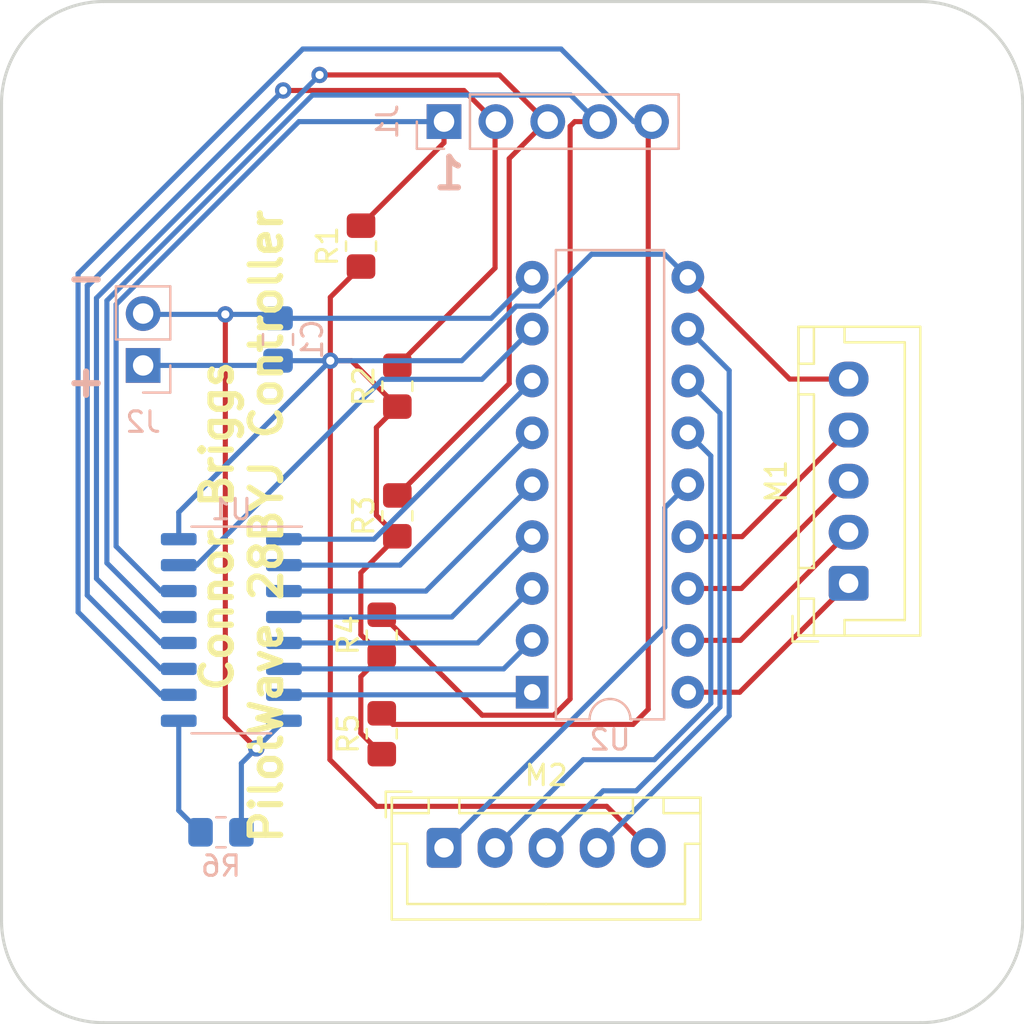
<source format=kicad_pcb>
(kicad_pcb (version 20211014) (generator pcbnew)
  (layers (0 "F.Cu" signal) (31 "B.Cu" signal) (34 "B.Paste" user) (35 "F.Paste" user) (36 "B.SilkS" user "B.Silkscreen") (37 "F.SilkS" user "F.Silkscreen") (38 "B.Mask" user) (39 "F.Mask" user) (44 "Edge.Cuts" user))
  (net 0 "")
  (net 1 "Earth")
  (net 2 "+5V")
  (net 3 "Net-(J1-Pad5)")
  (net 4 "Net-(J1-Pad4)")
  (net 5 "Net-(J1-Pad3)")
  (net 6 "Net-(J1-Pad2)")
  (net 7 "Net-(J1-Pad1)")
  (net 8 "Net-(M1-Pad4)")
  (net 9 "Net-(M1-Pad3)")
  (net 10 "Net-(M1-Pad2)")
  (net 11 "Net-(M1-Pad1)")
  (net 12 "Net-(M2-Pad4)")
  (net 13 "Net-(M2-Pad3)")
  (net 14 "Net-(M2-Pad2)")
  (net 15 "Net-(M2-Pad1)")
  (net 16 "Net-(R6-Pad1)")
  (net 17 "Net-(U1-Pad15)")
  (net 18 "Net-(U1-Pad7)")
  (net 19 "Net-(U1-Pad6)")
  (net 20 "Net-(U1-Pad5)")
  (net 21 "Net-(U1-Pad4)")
  (net 22 "Net-(U1-Pad3)")
  (net 23 "Net-(U1-Pad2)")
  (net 24 "Net-(U1-Pad1)")
  (footprint "Connector_JST:JST_XH_B5B-XH-A_1x05_P2.50mm_Vertical" (layer "F.Cu") (at 141.478 78.486 90)
    (fp_text reference "M1" (at 5 -3.55 90) (layer "F.SilkS"))
    (fp_text value "28BYJ-48_Stepper")
    (fp_line (start -0.75 -2.45) (end -2.55 -2.45) (layer "F.SilkS") (width 0.12))
    (fp_line (start -2.56 -2.46) (end -2.56 3.51) (layer "F.SilkS") (width 0.12))
    (fp_line (start -2.55 -1.7) (end -0.75 -1.7) (layer "F.SilkS") (width 0.12))
    (fp_line (start 10.75 -2.45) (end 10.75 -1.7) (layer "F.SilkS") (width 0.12))
    (fp_line (start 0.75 -1.7) (end 9.25 -1.7) (layer "F.SilkS") (width 0.12))
    (fp_line (start 10.75 -1.7) (end 12.55 -1.7) (layer "F.SilkS") (width 0.12))
    (fp_line (start -1.6 -2.75) (end -2.85 -2.75) (layer "F.SilkS") (width 0.12))
    (fp_line (start -1.8 -0.2) (end -1.8 2.75) (layer "F.SilkS") (width 0.12))
    (fp_line (start 12.55 -2.45) (end 10.75 -2.45) (layer "F.SilkS") (width 0.12))
    (fp_line (start 9.25 -2.45) (end 0.75 -2.45) (layer "F.SilkS") (width 0.12))
    (fp_line (start 0.75 -2.45) (end 0.75 -1.7) (layer "F.SilkS") (width 0.12))
    (fp_line (start -1.8 2.75) (end 5 2.75) (layer "F.SilkS") (width 0.12))
    (fp_line (start 12.56 -2.46) (end -2.56 -2.46) (layer "F.SilkS") (width 0.12))
    (fp_line (start 11.8 -0.2) (end 11.8 2.75) (layer "F.SilkS") (width 0.12))
    (fp_line (start 12.56 3.51) (end 12.56 -2.46) (layer "F.SilkS") (width 0.12))
    (fp_line (start -0.75 -1.7) (end -0.75 -2.45) (layer "F.SilkS") (width 0.12))
    (fp_line (start -2.85 -2.75) (end -2.85 -1.5) (layer "F.SilkS") (width 0.12))
    (fp_line (start -2.56 3.51) (end 12.56 3.51) (layer "F.SilkS") (width 0.12))
    (fp_line (start -2.55 -0.2) (end -1.8 -0.2) (layer "F.SilkS") (width 0.12))
    (fp_line (start 11.8 2.75) (end 5 2.75) (layer "F.SilkS") (width 0.12))
    (fp_line (start 12.55 -1.7) (end 12.55 -2.45) (layer "F.SilkS") (width 0.12))
    (fp_line (start 9.25 -1.7) (end 9.25 -2.45) (layer "F.SilkS") (width 0.12))
    (fp_line (start -2.55 -2.45) (end -2.55 -1.7) (layer "F.SilkS") (width 0.12))
    (fp_line (start 12.55 -0.2) (end 11.8 -0.2) (layer "F.SilkS") (width 0.12))
    (pad "1" thru_hole roundrect locked (at 0 0 90) (size 1.7 1.95) (drill 0.95) (layers *.Cu *.Mask) (roundrect_rratio 0.1470588235) (net 11 "Net-(M1-Pad1)"))
    (pad "2" thru_hole oval locked (at 2.5 0 90) (size 1.7 1.95) (drill 0.95) (layers *.Cu *.Mask) (net 10 "Net-(M1-Pad2)"))
    (pad "3" thru_hole oval locked (at 5 0 90) (size 1.7 1.95) (drill 0.95) (layers *.Cu *.Mask) (net 9 "Net-(M1-Pad3)"))
    (pad "4" thru_hole oval locked (at 7.5 0 90) (size 1.7 1.95) (drill 0.95) (layers *.Cu *.Mask) (net 8 "Net-(M1-Pad4)"))
    (pad "5" thru_hole oval locked (at 10 0 90) (size 1.7 1.95) (drill 0.95) (layers *.Cu *.Mask) (net 2 "+5V"))
  )
  (footprint "Connector_JST:JST_XH_B5B-XH-A_1x05_P2.50mm_Vertical" (layer "F.Cu") (at 121.666 91.44)
    (fp_text reference "M2" (at 5 -3.55) (layer "F.SilkS"))
    (fp_text value "28BYJ-48_Stepper")
    (fp_line (start 9.25 -1.7) (end 9.25 -2.45) (layer "F.SilkS") (width 0.12))
    (fp_line (start -2.56 3.51) (end 12.56 3.51) (layer "F.SilkS") (width 0.12))
    (fp_line (start -2.56 -2.46) (end -2.56 3.51) (layer "F.SilkS") (width 0.12))
    (fp_line (start 0.75 -1.7) (end 9.25 -1.7) (layer "F.SilkS") (width 0.12))
    (fp_line (start -0.75 -1.7) (end -0.75 -2.45) (layer "F.SilkS") (width 0.12))
    (fp_line (start 12.56 -2.46) (end -2.56 -2.46) (layer "F.SilkS") (width 0.12))
    (fp_line (start -2.55 -2.45) (end -2.55 -1.7) (layer "F.SilkS") (width 0.12))
    (fp_line (start 12.55 -0.2) (end 11.8 -0.2) (layer "F.SilkS") (width 0.12))
    (fp_line (start -0.75 -2.45) (end -2.55 -2.45) (layer "F.SilkS") (width 0.12))
    (fp_line (start 12.56 3.51) (end 12.56 -2.46) (layer "F.SilkS") (width 0.12))
    (fp_line (start 11.8 -0.2) (end 11.8 2.75) (layer "F.SilkS") (width 0.12))
    (fp_line (start -2.55 -0.2) (end -1.8 -0.2) (layer "F.SilkS") (width 0.12))
    (fp_line (start 12.55 -2.45) (end 10.75 -2.45) (layer "F.SilkS") (width 0.12))
    (fp_line (start 11.8 2.75) (end 5 2.75) (layer "F.SilkS") (width 0.12))
    (fp_line (start 12.55 -1.7) (end 12.55 -2.45) (layer "F.SilkS") (width 0.12))
    (fp_line (start 10.75 -2.45) (end 10.75 -1.7) (layer "F.SilkS") (width 0.12))
    (fp_line (start -2.85 -2.75) (end -2.85 -1.5) (layer "F.SilkS") (width 0.12))
    (fp_line (start -1.6 -2.75) (end -2.85 -2.75) (layer "F.SilkS") (width 0.12))
    (fp_line (start 0.75 -2.45) (end 0.75 -1.7) (layer "F.SilkS") (width 0.12))
    (fp_line (start 10.75 -1.7) (end 12.55 -1.7) (layer "F.SilkS") (width 0.12))
    (fp_line (start 9.25 -2.45) (end 0.75 -2.45) (layer "F.SilkS") (width 0.12))
    (fp_line (start -1.8 2.75) (end 5 2.75) (layer "F.SilkS") (width 0.12))
    (fp_line (start -1.8 -0.2) (end -1.8 2.75) (layer "F.SilkS") (width 0.12))
    (fp_line (start -2.55 -1.7) (end -0.75 -1.7) (layer "F.SilkS") (width 0.12))
    (pad "1" thru_hole roundrect locked (at 0 0) (size 1.7 1.95) (drill 0.95) (layers *.Cu *.Mask) (roundrect_rratio 0.1470588235) (net 15 "Net-(M2-Pad1)"))
    (pad "2" thru_hole oval locked (at 2.5 0) (size 1.7 1.95) (drill 0.95) (layers *.Cu *.Mask) (net 14 "Net-(M2-Pad2)"))
    (pad "3" thru_hole oval locked (at 5 0) (size 1.7 1.95) (drill 0.95) (layers *.Cu *.Mask) (net 13 "Net-(M2-Pad3)"))
    (pad "4" thru_hole oval locked (at 7.5 0) (size 1.7 1.95) (drill 0.95) (layers *.Cu *.Mask) (net 12 "Net-(M2-Pad4)"))
    (pad "5" thru_hole oval locked (at 10 0) (size 1.7 1.95) (drill 0.95) (layers *.Cu *.Mask) (net 2 "+5V"))
  )
  (footprint "Resistor_SMD:R_0805_2012Metric_Pad1.20x1.40mm_HandSolder" (layer "F.Cu") (at 117.602 61.976 90)
    (fp_text reference "R1" (at 0 -1.65 270) (layer "F.SilkS"))
    (fp_text value "10K")
    (fp_line (start -0.227064 0.735) (end 0.227064 0.735) (layer "F.SilkS") (width 0.12))
    (fp_line (start -0.227064 -0.735) (end 0.227064 -0.735) (layer "F.SilkS") (width 0.12))
    (pad "1" smd roundrect locked (at -1 0 90) (size 1.2 1.4) (layers "F.Cu" "F.Paste" "F.Mask") (roundrect_rratio 0.2083333333) (net 2 "+5V"))
    (pad "2" smd roundrect locked (at 1 0 90) (size 1.2 1.4) (layers "F.Cu" "F.Paste" "F.Mask") (roundrect_rratio 0.2083333333) (net 7 "Net-(J1-Pad1)"))
  )
  (footprint "Resistor_SMD:R_0805_2012Metric_Pad1.20x1.40mm_HandSolder" (layer "F.Cu") (at 119.38 68.834 90)
    (fp_text reference "R2" (at 0 -1.65 270) (layer "F.SilkS"))
    (fp_text value "10K")
    (fp_line (start -0.227064 -0.735) (end 0.227064 -0.735) (layer "F.SilkS") (width 0.12))
    (fp_line (start -0.227064 0.735) (end 0.227064 0.735) (layer "F.SilkS") (width 0.12))
    (pad "1" smd roundrect locked (at -1 0 90) (size 1.2 1.4) (layers "F.Cu" "F.Paste" "F.Mask") (roundrect_rratio 0.2083333333) (net 2 "+5V"))
    (pad "2" smd roundrect locked (at 1 0 90) (size 1.2 1.4) (layers "F.Cu" "F.Paste" "F.Mask") (roundrect_rratio 0.2083333333) (net 6 "Net-(J1-Pad2)"))
  )
  (footprint "Resistor_SMD:R_0805_2012Metric_Pad1.20x1.40mm_HandSolder" (layer "F.Cu") (at 119.38 75.184 90)
    (fp_text reference "R3" (at 0 -1.65 270) (layer "F.SilkS"))
    (fp_text value "10K")
    (fp_line (start -0.227064 -0.735) (end 0.227064 -0.735) (layer "F.SilkS") (width 0.12))
    (fp_line (start -0.227064 0.735) (end 0.227064 0.735) (layer "F.SilkS") (width 0.12))
    (pad "1" smd roundrect locked (at -1 0 90) (size 1.2 1.4) (layers "F.Cu" "F.Paste" "F.Mask") (roundrect_rratio 0.2083333333) (net 2 "+5V"))
    (pad "2" smd roundrect locked (at 1 0 90) (size 1.2 1.4) (layers "F.Cu" "F.Paste" "F.Mask") (roundrect_rratio 0.2083333333) (net 5 "Net-(J1-Pad3)"))
  )
  (footprint "Resistor_SMD:R_0805_2012Metric_Pad1.20x1.40mm_HandSolder" (layer "F.Cu") (at 118.618 81.026 90)
    (fp_text reference "R4" (at 0 -1.65 270) (layer "F.SilkS"))
    (fp_text value "10K")
    (fp_line (start -0.227064 -0.735) (end 0.227064 -0.735) (layer "F.SilkS") (width 0.12))
    (fp_line (start -0.227064 0.735) (end 0.227064 0.735) (layer "F.SilkS") (width 0.12))
    (pad "1" smd roundrect locked (at -1 0 90) (size 1.2 1.4) (layers "F.Cu" "F.Paste" "F.Mask") (roundrect_rratio 0.2083333333) (net 2 "+5V"))
    (pad "2" smd roundrect locked (at 1 0 90) (size 1.2 1.4) (layers "F.Cu" "F.Paste" "F.Mask") (roundrect_rratio 0.2083333333) (net 4 "Net-(J1-Pad4)"))
  )
  (footprint "Resistor_SMD:R_0805_2012Metric_Pad1.20x1.40mm_HandSolder" (layer "F.Cu") (at 118.618 85.852 90)
    (fp_text reference "R5" (at 0 -1.65 90) (layer "F.SilkS"))
    (fp_text value "10K")
    (fp_line (start -0.227064 0.735) (end 0.227064 0.735) (layer "F.SilkS") (width 0.12))
    (fp_line (start -0.227064 -0.735) (end 0.227064 -0.735) (layer "F.SilkS") (width 0.12))
    (pad "1" smd roundrect locked (at -1 0 90) (size 1.2 1.4) (layers "F.Cu" "F.Paste" "F.Mask") (roundrect_rratio 0.2083333333) (net 2 "+5V"))
    (pad "2" smd roundrect locked (at 1 0 90) (size 1.2 1.4) (layers "F.Cu" "F.Paste" "F.Mask") (roundrect_rratio 0.2083333333) (net 3 "Net-(J1-Pad5)"))
  )
  (footprint "MountingHole:MountingHole_4.3mm_M4_ISO14580" (layer "F.Cu") (at 105 55)
    (fp_text reference "REF**" hide)
    (fp_text value "MountingHole_4.3mm_M4_ISO14580" hide)
    (pad "" np_thru_hole circle locked (at 0 0) (size 4.3 4.3) (drill 4.3) (layers *.Cu *.Mask))
  )
  (footprint "MountingHole:MountingHole_4.3mm_M4_ISO14580" (layer "F.Cu") (at 145 55)
    (fp_text reference "REF**" hide)
    (fp_text value "MountingHole_4.3mm_M4_ISO14580" hide)
    (pad "" np_thru_hole circle locked (at 0 0) (size 4.3 4.3) (drill 4.3) (layers *.Cu *.Mask))
  )
  (footprint "MountingHole:MountingHole_4.3mm_M4_ISO14580" (layer "F.Cu") (at 105 95)
    (fp_text reference "REF**" hide)
    (fp_text value "MountingHole_4.3mm_M4_ISO14580" hide)
    (pad "" np_thru_hole circle locked (at 0 0) (size 4.3 4.3) (drill 4.3) (layers *.Cu *.Mask))
  )
  (footprint "MountingHole:MountingHole_4.3mm_M4_ISO14580" (layer "F.Cu") (at 145 95)
    (fp_text reference "REF**" hide)
    (fp_text value "MountingHole_4.3mm_M4_ISO14580" hide)
    (pad "" np_thru_hole circle locked (at 0 0) (size 4.3 4.3) (drill 4.3) (layers *.Cu *.Mask))
  )
  (footprint "Capacitor_SMD:C_0805_2012Metric_Pad1.18x1.45mm_HandSolder" (layer "B.Cu") (at 113.538 66.548 90)
    (fp_text reference "C1" (at 0 1.68 270) (layer "B.SilkS") (effects (justify mirror)))
    (fp_text value "10 nF")
    (fp_line (start -0.261252 0.735) (end 0.261252 0.735) (layer "B.SilkS") (width 0.12))
    (fp_line (start -0.261252 -0.735) (end 0.261252 -0.735) (layer "B.SilkS") (width 0.12))
    (pad "1" smd roundrect locked (at -1.0375 0 90) (size 1.175 1.45) (layers "B.Cu" "B.Paste" "B.Mask") (roundrect_rratio 0.2127659574) (net 2 "+5V"))
    (pad "2" smd roundrect locked (at 1.0375 0 90) (size 1.175 1.45) (layers "B.Cu" "B.Paste" "B.Mask") (roundrect_rratio 0.2127659574) (net 1 "Earth"))
  )
  (footprint "Connector_PinSocket_2.54mm:PinSocket_1x05_P2.54mm_Vertical" (layer "B.Cu") (at 121.666 55.88 -90)
    (fp_text reference "J1" (at 0 2.77 90) (layer "B.SilkS") (effects (justify mirror)))
    (fp_text value "INPUT")
    (fp_line (start -1.33 -11.49) (end 1.33 -11.49) (layer "B.SilkS") (width 0.12))
    (fp_line (start -1.33 -1.27) (end 1.33 -1.27) (layer "B.SilkS") (width 0.12))
    (fp_line (start -1.33 -1.27) (end -1.33 -11.49) (layer "B.SilkS") (width 0.12))
    (fp_line (start 1.33 1.33) (end 1.33 0) (layer "B.SilkS") (width 0.12))
    (fp_line (start 1.33 -1.27) (end 1.33 -11.49) (layer "B.SilkS") (width 0.12))
    (fp_line (start 0 1.33) (end 1.33 1.33) (layer "B.SilkS") (width 0.12))
    (pad "1" thru_hole rect (at 0 0 270) (size 1.7 1.7) (drill 1) (layers *.Cu *.Mask) (net 7 "Net-(J1-Pad1)"))
    (pad "2" thru_hole oval (at 0 -2.54 270) (size 1.7 1.7) (drill 1) (layers *.Cu *.Mask) (net 6 "Net-(J1-Pad2)"))
    (pad "3" thru_hole oval (at 0 -5.08 270) (size 1.7 1.7) (drill 1) (layers *.Cu *.Mask) (net 5 "Net-(J1-Pad3)"))
    (pad "4" thru_hole oval (at 0 -7.62 270) (size 1.7 1.7) (drill 1) (layers *.Cu *.Mask) (net 4 "Net-(J1-Pad4)"))
    (pad "5" thru_hole oval (at 0 -10.16 270) (size 1.7 1.7) (drill 1) (layers *.Cu *.Mask) (net 3 "Net-(J1-Pad5)"))
  )
  (footprint "Connector_PinSocket_2.54mm:PinSocket_1x02_P2.54mm_Vertical" (layer "B.Cu") (at 106.934 67.818)
    (fp_text reference "J2" (at 0 2.77) (layer "B.SilkS") (effects (justify mirror)))
    (fp_text value "5V")
    (fp_line (start -1.33 -3.87) (end 1.33 -3.87) (layer "B.SilkS") (width 0.12))
    (fp_line (start 1.33 -1.27) (end 1.33 -3.87) (layer "B.SilkS") (width 0.12))
    (fp_line (start -1.33 -1.27) (end 1.33 -1.27) (layer "B.SilkS") (width 0.12))
    (fp_line (start 1.33 1.33) (end 1.33 0) (layer "B.SilkS") (width 0.12))
    (fp_line (start -1.33 -1.27) (end -1.33 -3.87) (layer "B.SilkS") (width 0.12))
    (fp_line (start 0 1.33) (end 1.33 1.33) (layer "B.SilkS") (width 0.12))
    (pad "1" thru_hole rect (at 0 0) (size 1.7 1.7) (drill 1) (layers *.Cu *.Mask) (net 2 "+5V"))
    (pad "2" thru_hole oval (at 0 -2.54) (size 1.7 1.7) (drill 1) (layers *.Cu *.Mask) (net 1 "Earth"))
  )
  (footprint "Resistor_SMD:R_0805_2012Metric_Pad1.20x1.40mm_HandSolder" (layer "B.Cu") (at 110.744 90.678)
    (fp_text reference "R6" (at 0 1.65) (layer "B.SilkS") (effects (justify mirror)))
    (fp_text value "1K")
    (fp_line (start -0.227064 -0.735) (end 0.227064 -0.735) (layer "B.SilkS") (width 0.12))
    (fp_line (start -0.227064 0.735) (end 0.227064 0.735) (layer "B.SilkS") (width 0.12))
    (pad "1" smd roundrect locked (at -1 0) (size 1.2 1.4) (layers "B.Cu" "B.Paste" "B.Mask") (roundrect_rratio 0.2083333333) (net 16 "Net-(R6-Pad1)"))
    (pad "2" smd roundrect locked (at 1 0) (size 1.2 1.4) (layers "B.Cu" "B.Paste" "B.Mask") (roundrect_rratio 0.2083333333) (net 1 "Earth"))
  )
  (footprint "Package_SO:SO-16_3.9x9.9mm_P1.27mm" (layer "B.Cu") (at 111.252 80.772 180)
    (fp_text reference "U1" (at 0 5.9) (layer "B.SilkS") (effects (justify mirror)))
    (fp_text value "74HC595")
    (fp_line (start 0 5.06) (end 1.95 5.06) (layer "B.SilkS") (width 0.12))
    (fp_line (start 0 -5.06) (end 1.95 -5.06) (layer "B.SilkS") (width 0.12))
    (fp_line (start 0 -5.06) (end -1.95 -5.06) (layer "B.SilkS") (width 0.12))
    (fp_line (start 0 5.06) (end -3.45 5.06) (layer "B.SilkS") (width 0.12))
    (pad "1" smd roundrect locked (at -2.575 4.445 180) (size 1.75 0.6) (layers "B.Cu" "B.Paste" "B.Mask") (net 24 "Net-(U1-Pad1)"))
    (pad "2" smd roundrect locked (at -2.575 3.175 180) (size 1.75 0.6) (layers "B.Cu" "B.Paste" "B.Mask") (net 23 "Net-(U1-Pad2)"))
    (pad "3" smd roundrect locked (at -2.575 1.905 180) (size 1.75 0.6) (layers "B.Cu" "B.Paste" "B.Mask") (net 22 "Net-(U1-Pad3)"))
    (pad "4" smd roundrect locked (at -2.575 0.635 180) (size 1.75 0.6) (layers "B.Cu" "B.Paste" "B.Mask") (net 21 "Net-(U1-Pad4)"))
    (pad "5" smd roundrect locked (at -2.575 -0.635 180) (size 1.75 0.6) (layers "B.Cu" "B.Paste" "B.Mask") (net 20 "Net-(U1-Pad5)"))
    (pad "6" smd roundrect locked (at -2.575 -1.905 180) (size 1.75 0.6) (layers "B.Cu" "B.Paste" "B.Mask") (net 19 "Net-(U1-Pad6)"))
    (pad "7" smd roundrect locked (at -2.575 -3.175 180) (size 1.75 0.6) (layers "B.Cu" "B.Paste" "B.Mask") (net 18 "Net-(U1-Pad7)"))
    (pad "8" smd roundrect locked (at -2.575 -4.445 180) (size 1.75 0.6) (layers "B.Cu" "B.Paste" "B.Mask") (net 1 "Earth"))
    (pad "9" smd roundrect locked (at 2.575 -4.445 180) (size 1.75 0.6) (layers "B.Cu" "B.Paste" "B.Mask") (net 16 "Net-(R6-Pad1)"))
    (pad "10" smd roundrect locked (at 2.575 -3.175 180) (size 1.75 0.6) (layers "B.Cu" "B.Paste" "B.Mask") (net 3 "Net-(J1-Pad5)"))
    (pad "11" smd roundrect locked (at 2.575 -1.905 180) (size 1.75 0.6) (layers "B.Cu" "B.Paste" "B.Mask") (net 6 "Net-(J1-Pad2)"))
    (pad "12" smd roundrect locked (at 2.575 -0.635 180) (size 1.75 0.6) (layers "B.Cu" "B.Paste" "B.Mask") (net 5 "Net-(J1-Pad3)"))
    (pad "13" smd roundrect locked (at 2.575 0.635 180) (size 1.75 0.6) (layers "B.Cu" "B.Paste" "B.Mask") (net 4 "Net-(J1-Pad4)"))
    (pad "14" smd roundrect locked (at 2.575 1.905 180) (size 1.75 0.6) (layers "B.Cu" "B.Paste" "B.Mask") (net 7 "Net-(J1-Pad1)"))
    (pad "15" smd roundrect locked (at 2.575 3.175 180) (size 1.75 0.6) (layers "B.Cu" "B.Paste" "B.Mask") (net 17 "Net-(U1-Pad15)"))
    (pad "16" smd roundrect locked (at 2.575 4.445 180) (size 1.75 0.6) (layers "B.Cu" "B.Paste" "B.Mask") (net 2 "+5V"))
  )
  (footprint "Package_DIP:DIP-18_W7.62mm" (layer "B.Cu") (at 125.984 83.82)
    (fp_text reference "U2" (at 3.81 2.33) (layer "B.SilkS") (effects (justify mirror)))
    (fp_text value "ULN2803A")
    (fp_line (start 6.46 1.33) (end 4.81 1.33) (layer "B.SilkS") (width 0.12))
    (fp_line (start 1.16 -21.65) (end 6.46 -21.65) (layer "B.SilkS") (width 0.12))
    (fp_line (start 6.46 -21.65) (end 6.46 1.33) (layer "B.SilkS") (width 0.12))
    (fp_line (start 1.16 1.33) (end 1.16 -21.65) (layer "B.SilkS") (width 0.12))
    (fp_line (start 2.81 1.33) (end 1.16 1.33) (layer "B.SilkS") (width 0.12))
    (fp_arc (start 2.81 1.33) (mid 3.81 0.33) (end 4.81 1.33) (layer "B.SilkS") (width 0.12))
    (pad "1" thru_hole rect locked (at 0 0) (size 1.6 1.6) (drill 0.8) (layers *.Cu *.Mask) (net 18 "Net-(U1-Pad7)"))
    (pad "2" thru_hole oval locked (at 0 -2.54) (size 1.6 1.6) (drill 0.8) (layers *.Cu *.Mask) (net 19 "Net-(U1-Pad6)"))
    (pad "3" thru_hole oval locked (at 0 -5.08) (size 1.6 1.6) (drill 0.8) (layers *.Cu *.Mask) (net 20 "Net-(U1-Pad5)"))
    (pad "4" thru_hole oval locked (at 0 -7.62) (size 1.6 1.6) (drill 0.8) (layers *.Cu *.Mask) (net 21 "Net-(U1-Pad4)"))
    (pad "5" thru_hole oval locked (at 0 -10.16) (size 1.6 1.6) (drill 0.8) (layers *.Cu *.Mask) (net 22 "Net-(U1-Pad3)"))
    (pad "6" thru_hole oval locked (at 0 -12.7) (size 1.6 1.6) (drill 0.8) (layers *.Cu *.Mask) (net 23 "Net-(U1-Pad2)"))
    (pad "7" thru_hole oval locked (at 0 -15.24) (size 1.6 1.6) (drill 0.8) (layers *.Cu *.Mask) (net 24 "Net-(U1-Pad1)"))
    (pad "8" thru_hole oval locked (at 0 -17.78) (size 1.6 1.6) (drill 0.8) (layers *.Cu *.Mask) (net 17 "Net-(U1-Pad15)"))
    (pad "9" thru_hole oval locked (at 0 -20.32) (size 1.6 1.6) (drill 0.8) (layers *.Cu *.Mask) (net 1 "Earth"))
    (pad "10" thru_hole oval locked (at 7.62 -20.32) (size 1.6 1.6) (drill 0.8) (layers *.Cu *.Mask) (net 2 "+5V"))
    (pad "11" thru_hole oval locked (at 7.62 -17.78) (size 1.6 1.6) (drill 0.8) (layers *.Cu *.Mask) (net 12 "Net-(M2-Pad4)"))
    (pad "12" thru_hole oval locked (at 7.62 -15.24) (size 1.6 1.6) (drill 0.8) (layers *.Cu *.Mask) (net 13 "Net-(M2-Pad3)"))
    (pad "13" thru_hole oval locked (at 7.62 -12.7) (size 1.6 1.6) (drill 0.8) (layers *.Cu *.Mask) (net 14 "Net-(M2-Pad2)"))
    (pad "14" thru_hole oval locked (at 7.62 -10.16) (size 1.6 1.6) (drill 0.8) (layers *.Cu *.Mask) (net 15 "Net-(M2-Pad1)"))
    (pad "15" thru_hole oval locked (at 7.62 -7.62) (size 1.6 1.6) (drill 0.8) (layers *.Cu *.Mask) (net 8 "Net-(M1-Pad4)"))
    (pad "16" thru_hole oval locked (at 7.62 -5.08) (size 1.6 1.6) (drill 0.8) (layers *.Cu *.Mask) (net 9 "Net-(M1-Pad3)"))
    (pad "17" thru_hole oval locked (at 7.62 -2.54) (size 1.6 1.6) (drill 0.8) (layers *.Cu *.Mask) (net 10 "Net-(M1-Pad2)"))
    (pad "18" thru_hole oval locked (at 7.62 0) (size 1.6 1.6) (drill 0.8) (layers *.Cu *.Mask) (net 11 "Net-(M1-Pad1)"))
  )
  (gr_line (start 100 95) (end 100 55) (layer "Edge.Cuts") (width 0.15))
  (gr_line (start 150 55) (end 150 95) (layer "Edge.Cuts") (width 0.15))
  (gr_arc (start 150 95) (mid 148.535534 98.535534) (end 145 100) (layer "Edge.Cuts") (width 0.15))
  (gr_line (start 105 50) (end 145 50) (layer "Edge.Cuts") (width 0.15))
  (gr_arc (start 145 50) (mid 148.535534 51.464466) (end 150 55) (layer "Edge.Cuts") (width 0.15))
  (gr_arc (start 105 100) (mid 101.464466 98.535534) (end 100 95) (layer "Edge.Cuts") (width 0.15))
  (gr_line (start 145 100) (end 105 100) (layer "Edge.Cuts") (width 0.15))
  (gr_arc (start 100 55) (mid 101.464466 51.464466) (end 105 50) (layer "Edge.Cuts") (width 0.15))
  (gr_text "+" (at 104.14 68.58) (layer "B.SilkS") (effects (font (size 1.5 1.5) (thickness 0.3))))
  (gr_text "-" (at 104.14 63.5) (layer "B.SilkS") (effects (font (size 1.5 1.5) (thickness 0.3))))
  (gr_text "1" (at 121.92 58.42) (layer "B.SilkS") (effects (font (size 1.5 1.5) (thickness 0.3)) (justify mirror)))
  (gr_text "Connor Briggs\nPilotWave 28BYJ Controller" (at 111.76 75.692 90) (layer "F.SilkS") (effects (font (size 1.5 1.5) (thickness 0.3))))
  (segment (start 110.958 65.318) (end 110.958 85.05) (width 0.25) (layer "F.Cu") (net 1))
  (segment (start 110.958 85.05) (end 112.476 86.568) (width 0.25) (layer "F.Cu") (net 1))
  (via (at 110.958 65.318) (size 0.8) (drill 0.4) (layers "F.Cu" "B.Cu") (net 1))
  (via (at 112.476 86.568) (size 0.8) (drill 0.4) (layers "F.Cu" "B.Cu") (net 1))
  (segment (start 112.476 86.568) (end 113.827 85.217) (width 0.25) (layer "B.Cu") (net 1))
  (segment (start 110.958 65.318) (end 113.3455 65.318) (width 0.25) (layer "B.Cu") (net 1))
  (segment (start 111.744 87.3) (end 112.476 86.568) (width 0.25) (layer "B.Cu") (net 1))
  (segment (start 111.744 90.678) (end 111.744 87.3) (width 0.25) (layer "B.Cu") (net 1))
  (segment (start 113.538 65.5105) (end 123.9735 65.5105) (width 0.25) (layer "B.Cu") (net 1))
  (segment (start 123.9735 65.5105) (end 125.984 63.5) (width 0.25) (layer "B.Cu") (net 1))
  (segment (start 113.3455 65.318) (end 113.538 65.5105) (width 0.25) (layer "B.Cu") (net 1))
  (segment (start 106.934 65.318) (end 110.958 65.318) (width 0.25) (layer "B.Cu") (net 1))
  (segment (start 118.35499 70.85901) (end 118.35499 75.15899) (width 0.25) (layer "F.Cu") (net 2))
  (segment (start 116.0995 83.94669) (end 116.078 83.96819) (width 0.25) (layer "F.Cu") (net 2))
  (segment (start 117.1315 67.5855) (end 119.38 69.834) (width 0.25) (layer "F.Cu") (net 2))
  (segment (start 118.618 82.026) (end 117.59299 83.05101) (width 0.25) (layer "F.Cu") (net 2))
  (segment (start 116.0995 64.4785) (end 117.602 62.976) (width 0.25) (layer "F.Cu") (net 2))
  (segment (start 118.35499 75.15899) (end 119.38 76.184) (width 0.25) (layer "F.Cu") (net 2))
  (segment (start 129.634 89.408) (end 131.666 91.44) (width 0.25) (layer "F.Cu") (net 2))
  (segment (start 138.59 68.486) (end 133.604 63.5) (width 0.25) (layer "F.Cu") (net 2))
  (segment (start 116.0995 67.5855) (end 116.0995 83.94669) (width 0.25) (layer "F.Cu") (net 2))
  (segment (start 116.078 83.96819) (end 116.078 87.122) (width 0.25) (layer "F.Cu") (net 2))
  (segment (start 116.078 87.122) (end 118.364 89.408) (width 0.25) (layer "F.Cu") (net 2))
  (segment (start 116.0995 67.5855) (end 117.1315 67.5855) (width 0.25) (layer "F.Cu") (net 2))
  (segment (start 117.59299 81.00099) (end 118.618 82.026) (width 0.25) (layer "F.Cu") (net 2))
  (segment (start 141.478 68.486) (end 138.59 68.486) (width 0.25) (layer "F.Cu") (net 2))
  (segment (start 116.0995 67.5855) (end 116.0995 64.4785) (width 0.25) (layer "F.Cu") (net 2))
  (segment (start 118.364 89.408) (end 129.634 89.408) (width 0.25) (layer "F.Cu") (net 2))
  (segment (start 117.59299 77.97101) (end 117.59299 81.00099) (width 0.25) (layer "F.Cu") (net 2))
  (segment (start 117.59299 85.82699) (end 118.618 86.852) (width 0.25) (layer "F.Cu") (net 2))
  (segment (start 119.38 76.184) (end 117.59299 77.97101) (width 0.25) (layer "F.Cu") (net 2))
  (segment (start 117.59299 83.05101) (end 117.59299 85.82699) (width 0.25) (layer "F.Cu") (net 2))
  (segment (start 119.38 69.834) (end 118.35499 70.85901) (width 0.25) (layer "F.Cu") (net 2))
  (via (at 116.0995 67.5855) (size 0.8) (drill 0.4) (layers "F.Cu" "B.Cu") (net 2))
  (segment (start 116.0995 67.5855) (end 116.0995 67.5855) (width 0.25) (layer "B.Cu") (net 2))
  (segment (start 108.677 76.327) (end 108.677 75.008) (width 0.25) (layer "B.Cu") (net 2))
  (segment (start 113.3055 67.818) (end 113.538 67.5855) (width 0.25) (layer "B.Cu") (net 2))
  (segment (start 132.478999 62.374999) (end 128.887001 62.374999) (width 0.25) (layer "B.Cu") (net 2))
  (segment (start 113.538 67.5855) (end 116.0995 67.5855) (width 0.25) (layer "B.Cu") (net 2))
  (segment (start 108.677 75.008) (end 116.0995 67.5855) (width 0.25) (layer "B.Cu") (net 2))
  (segment (start 125.205411 64.914999) (end 122.53491 67.5855) (width 0.25) (layer "B.Cu") (net 2))
  (segment (start 122.53491 67.5855) (end 116.0995 67.5855) (width 0.25) (layer "B.Cu") (net 2))
  (segment (start 126.347001 64.914999) (end 125.205411 64.914999) (width 0.25) (layer "B.Cu") (net 2))
  (segment (start 133.604 63.5) (end 132.478999 62.374999) (width 0.25) (layer "B.Cu") (net 2))
  (segment (start 128.887001 62.374999) (end 126.347001 64.914999) (width 0.25) (layer "B.Cu") (net 2))
  (segment (start 106.934 67.818) (end 113.3055 67.818) (width 0.25) (layer "B.Cu") (net 2))
  (segment (start 131.666 55.88) (end 131.666 84.653285) (width 0.25) (layer "F.Cu") (net 3))
  (segment (start 130.924274 85.395011) (end 119.161011 85.395011) (width 0.25) (layer "F.Cu") (net 3))
  (segment (start 131.666 84.653285) (end 130.924274 85.395011) (width 0.25) (layer "F.Cu") (net 3))
  (segment (start 119.161011 85.395011) (end 118.618 84.852) (width 0.25) (layer "F.Cu") (net 3))
  (segment (start 103.747981 63.327017) (end 114.750998 52.324) (width 0.25) (layer "B.Cu") (net 3))
  (segment (start 114.750998 52.324) (end 127.396715 52.324) (width 0.25) (layer "B.Cu") (net 3))
  (segment (start 103.747981 79.892981) (end 103.747981 63.327017) (width 0.25) (layer "B.Cu") (net 3))
  (segment (start 130.952715 55.88) (end 131.666 55.88) (width 0.25) (layer "B.Cu") (net 3))
  (segment (start 107.802 83.947) (end 103.747981 79.892981) (width 0.25) (layer "B.Cu") (net 3))
  (segment (start 127.396715 52.324) (end 130.952715 55.88) (width 0.25) (layer "B.Cu") (net 3))
  (segment (start 108.677 83.947) (end 107.802 83.947) (width 0.25) (layer "B.Cu") (net 3))
  (segment (start 127.044001 84.945001) (end 123.537001 84.945001) (width 0.25) (layer "F.Cu") (net 4))
  (segment (start 127.84101 56.10499) (end 127.84101 84.147992) (width 0.25) (layer "F.Cu") (net 4))
  (segment (start 128.066 55.88) (end 127.84101 56.10499) (width 0.25) (layer "F.Cu") (net 4))
  (segment (start 129.166 55.88) (end 128.066 55.88) (width 0.25) (layer "F.Cu") (net 4))
  (segment (start 123.537001 84.945001) (end 118.618 80.026) (width 0.25) (layer "F.Cu") (net 4))
  (segment (start 127.84101 84.147992) (end 127.044001 84.945001) (width 0.25) (layer "F.Cu") (net 4))
  (segment (start 115.223885 54.57999) (end 127.86599 54.57999) (width 0.25) (layer "B.Cu") (net 4))
  (segment (start 105.158981 77.493981) (end 105.158981 64.644894) (width 0.25) (layer "B.Cu") (net 4))
  (segment (start 105.158981 64.644894) (end 115.223885 54.57999) (width 0.25) (layer "B.Cu") (net 4))
  (segment (start 127.86599 54.57999) (end 129.166 55.88) (width 0.25) (layer "B.Cu") (net 4))
  (segment (start 108.677 80.137) (end 107.802 80.137) (width 0.25) (layer "B.Cu") (net 4))
  (segment (start 107.802 80.137) (end 105.158981 77.493981) (width 0.25) (layer "B.Cu") (net 4))
  (segment (start 124.858999 57.687001) (end 124.858999 68.705001) (width 0.25) (layer "F.Cu") (net 5))
  (segment (start 115.573465 53.594) (end 124.38 53.594) (width 0.25) (layer "F.Cu") (net 5))
  (segment (start 124.38 53.594) (end 126.666 55.88) (width 0.25) (layer "F.Cu") (net 5))
  (segment (start 126.666 55.88) (end 124.858999 57.687001) (width 0.25) (layer "F.Cu") (net 5))
  (segment (start 124.858999 68.705001) (end 119.38 74.184) (width 0.25) (layer "F.Cu") (net 5))
  (via (at 115.573465 53.594) (size 0.8) (drill 0.4) (layers "F.Cu" "B.Cu") (net 5))
  (segment (start 115.573465 53.594) (end 115.573465 53.594) (width 0.25) (layer "B.Cu") (net 5))
  (segment (start 104.648 78.253) (end 104.648 64.519465) (width 0.25) (layer "B.Cu") (net 5))
  (segment (start 108.677 81.407) (end 107.802 81.407) (width 0.25) (layer "B.Cu") (net 5))
  (segment (start 104.648 64.519465) (end 115.573465 53.594) (width 0.25) (layer "B.Cu") (net 5))
  (segment (start 107.802 81.407) (end 104.648 78.253) (width 0.25) (layer "B.Cu") (net 5))
  (segment (start 113.792 54.356) (end 122.642 54.356) (width 0.25) (layer "F.Cu") (net 6))
  (segment (start 124.166 55.88) (end 124.166 63.048) (width 0.25) (layer "F.Cu") (net 6))
  (segment (start 124.166 63.048) (end 119.38 67.834) (width 0.25) (layer "F.Cu") (net 6))
  (segment (start 122.642 54.356) (end 124.166 55.88) (width 0.25) (layer "F.Cu") (net 6))
  (via (at 113.792 54.356) (size 0.8) (drill 0.4) (layers "F.Cu" "B.Cu") (net 6))
  (segment (start 108.677 82.677) (end 107.802 82.677) (width 0.25) (layer "B.Cu") (net 6))
  (segment (start 104.197991 63.896472) (end 104.251528 63.896472) (width 0.25) (layer "B.Cu") (net 6))
  (segment (start 104.197991 79.072991) (end 104.197991 63.896472) (width 0.25) (layer "B.Cu") (net 6))
  (segment (start 104.251528 63.896472) (end 113.792 54.356) (width 0.25) (layer "B.Cu") (net 6))
  (segment (start 107.802 82.677) (end 104.197991 79.072991) (width 0.25) (layer "B.Cu") (net 6))
  (segment (start 121.666 56.912) (end 117.602 60.976) (width 0.25) (layer "F.Cu") (net 7))
  (segment (start 121.666 55.88) (end 121.666 56.912) (width 0.25) (layer "F.Cu") (net 7))
  (segment (start 105.60899 64.831295) (end 114.560285 55.88) (width 0.25) (layer "B.Cu") (net 7))
  (segment (start 108.677 78.867) (end 107.802 78.867) (width 0.25) (layer "B.Cu") (net 7))
  (segment (start 105.60899 76.67399) (end 105.60899 64.831295) (width 0.25) (layer "B.Cu") (net 7))
  (segment (start 114.560285 55.88) (end 121.666 55.88) (width 0.25) (layer "B.Cu") (net 7))
  (segment (start 107.802 78.867) (end 105.60899 76.67399) (width 0.25) (layer "B.Cu") (net 7))
  (segment (start 133.604 76.2) (end 136.264 76.2) (width 0.25) (layer "F.Cu") (net 8))
  (segment (start 136.264 76.2) (end 141.478 70.986) (width 0.25) (layer "F.Cu") (net 8))
  (segment (start 133.604 78.74) (end 136.224 78.74) (width 0.25) (layer "F.Cu") (net 9))
  (segment (start 136.224 78.74) (end 141.478 73.486) (width 0.25) (layer "F.Cu") (net 9))
  (segment (start 133.604 81.28) (end 136.184 81.28) (width 0.25) (layer "F.Cu") (net 10))
  (segment (start 136.184 81.28) (end 141.478 75.986) (width 0.25) (layer "F.Cu") (net 10))
  (segment (start 133.604 83.82) (end 136.144 83.82) (width 0.25) (layer "F.Cu") (net 11))
  (segment (start 136.144 83.82) (end 141.478 78.486) (width 0.25) (layer "F.Cu") (net 11))
  (segment (start 135.629019 84.976981) (end 129.166 91.44) (width 0.25) (layer "B.Cu") (net 12))
  (segment (start 135.629019 68.065019) (end 135.629019 84.976981) (width 0.25) (layer "B.Cu") (net 12))
  (segment (start 133.604 66.04) (end 135.629019 68.065019) (width 0.25) (layer "B.Cu") (net 12))
  (segment (start 129.46 88.646) (end 126.666 91.44) (width 0.25) (layer "B.Cu") (net 13))
  (segment (start 135.17901 84.546402) (end 131.079412 88.646) (width 0.25) (layer "B.Cu") (net 13))
  (segment (start 135.17901 70.15501) (end 135.17901 84.546402) (width 0.25) (layer "B.Cu") (net 13))
  (segment (start 133.604 68.58) (end 135.17901 70.15501) (width 0.25) (layer "B.Cu") (net 13))
  (segment (start 131.079412 88.646) (end 129.46 88.646) (width 0.25) (layer "B.Cu") (net 13))
  (segment (start 131.967002 87.122) (end 128.484 87.122) (width 0.25) (layer "B.Cu") (net 14))
  (segment (start 134.729001 84.360001) (end 131.967002 87.122) (width 0.25) (layer "B.Cu") (net 14))
  (segment (start 128.484 87.122) (end 124.166 91.44) (width 0.25) (layer "B.Cu") (net 14))
  (segment (start 133.604 71.12) (end 134.729001 72.245001) (width 0.25) (layer "B.Cu") (net 14))
  (segment (start 134.729001 72.245001) (end 134.729001 84.360001) (width 0.25) (layer "B.Cu") (net 14))
  (segment (start 132.478999 74.785001) (end 132.478999 80.627001) (width 0.25) (layer "B.Cu") (net 15))
  (segment (start 132.478999 80.627001) (end 121.666 91.44) (width 0.25) (layer "B.Cu") (net 15))
  (segment (start 133.604 73.66) (end 132.478999 74.785001) (width 0.25) (layer "B.Cu") (net 15))
  (segment (start 108.677 85.217) (end 108.677 89.611) (width 0.25) (layer "B.Cu") (net 16))
  (segment (start 108.677 89.611) (end 109.744 90.678) (width 0.25) (layer "B.Cu") (net 16))
  (segment (start 118.65099 68.49801) (end 109.552 77.597) (width 0.25) (layer "B.Cu") (net 17))
  (segment (start 125.984 66.04) (end 123.52599 68.49801) (width 0.25) (layer "B.Cu") (net 17))
  (segment (start 109.552 77.597) (end 108.677 77.597) (width 0.25) (layer "B.Cu") (net 17))
  (segment (start 123.52599 68.49801) (end 118.65099 68.49801) (width 0.25) (layer "B.Cu") (net 17))
  (segment (start 113.827 83.947) (end 125.857 83.947) (width 0.25) (layer "B.Cu") (net 18))
  (segment (start 125.857 83.947) (end 125.984 83.82) (width 0.25) (layer "B.Cu") (net 18))
  (segment (start 113.827 82.677) (end 124.587 82.677) (width 0.25) (layer "B.Cu") (net 19))
  (segment (start 124.587 82.677) (end 125.984 81.28) (width 0.25) (layer "B.Cu") (net 19))
  (segment (start 123.317 81.407) (end 125.984 78.74) (width 0.25) (layer "B.Cu") (net 20))
  (segment (start 113.827 81.407) (end 123.317 81.407) (width 0.25) (layer "B.Cu") (net 20))
  (segment (start 113.827 80.137) (end 122.047 80.137) (width 0.25) (layer "B.Cu") (net 21))
  (segment (start 122.047 80.137) (end 125.984 76.2) (width 0.25) (layer "B.Cu") (net 21))
  (segment (start 113.827 78.867) (end 120.777 78.867) (width 0.25) (layer "B.Cu") (net 22))
  (segment (start 120.777 78.867) (end 125.984 73.66) (width 0.25) (layer "B.Cu") (net 22))
  (segment (start 113.827 77.597) (end 119.507 77.597) (width 0.25) (layer "B.Cu") (net 23))
  (segment (start 119.507 77.597) (end 125.984 71.12) (width 0.25) (layer "B.Cu") (net 23))
  (segment (start 118.237 76.327) (end 125.984 68.58) (width 0.25) (layer "B.Cu") (net 24))
  (segment (start 113.827 76.327) (end 118.237 76.327) (width 0.25) (layer "B.Cu") (net 24))
)
</source>
